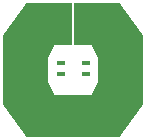
<source format=gbr>
G04 DipTrace 3.2.0.1*
G04 Âåðõíÿÿï.ìàñêà.gbr*
%MOMM*%
G04 #@! TF.FileFunction,Paste,Top*
G04 #@! TF.Part,Single*
%AMOUTLINE5*
4,1,20,
0.1,5.65,
3.94908,5.65,
5.9,2.96748,
5.9,-2.96748,
3.94908,-5.65,
-3.94908,-5.65,
-5.9,-2.96748,
-5.9,2.96748,
-3.94908,5.65,
-0.1,5.65,
-0.1,2.1,
-1.5618,2.1,
-2.1,1.02361,
-2.1,-1.02361,
-1.5618,-2.1,
1.5618,-2.1,
2.1,-1.02361,
2.1,1.02361,
1.5618,2.1,
0.1,2.1,
0.1,5.65,
0*%
%ADD43R,0.8X0.4*%
%ADD60OUTLINE5*%
%FSLAX35Y35*%
G04*
G71*
G90*
G75*
G01*
G04 TopPaste*
%LPD*%
D43*
X-105000Y45000D3*
X105000D3*
X-105000Y-45000D3*
X105000D3*
D60*
X0Y-11000D3*
M02*

</source>
